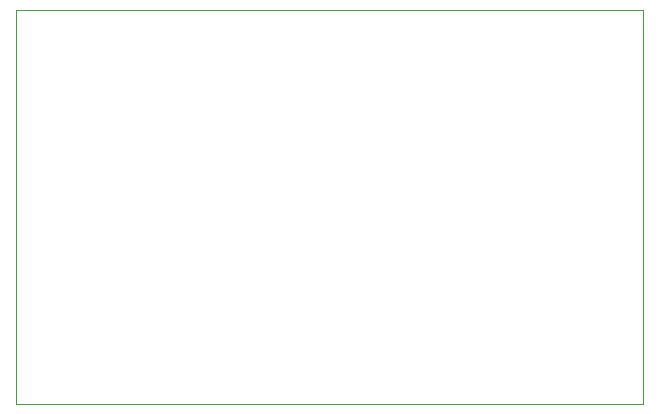
<source format=gbr>
%TF.GenerationSoftware,KiCad,Pcbnew,7.0.5-0*%
%TF.CreationDate,2023-07-08T10:54:15-04:00*%
%TF.ProjectId,PierogiNixiePSU,50696572-6f67-4694-9e69-786965505355,rev?*%
%TF.SameCoordinates,Original*%
%TF.FileFunction,Profile,NP*%
%FSLAX46Y46*%
G04 Gerber Fmt 4.6, Leading zero omitted, Abs format (unit mm)*
G04 Created by KiCad (PCBNEW 7.0.5-0) date 2023-07-08 10:54:15*
%MOMM*%
%LPD*%
G01*
G04 APERTURE LIST*
%TA.AperFunction,Profile*%
%ADD10C,0.050000*%
%TD*%
G04 APERTURE END LIST*
D10*
X169604850Y-88341100D02*
X116500000Y-88337500D01*
X116500000Y-88337500D02*
X116500000Y-121662500D01*
X169604850Y-121666100D02*
X169604850Y-88341100D01*
X116500000Y-121662500D02*
X169604850Y-121666100D01*
M02*

</source>
